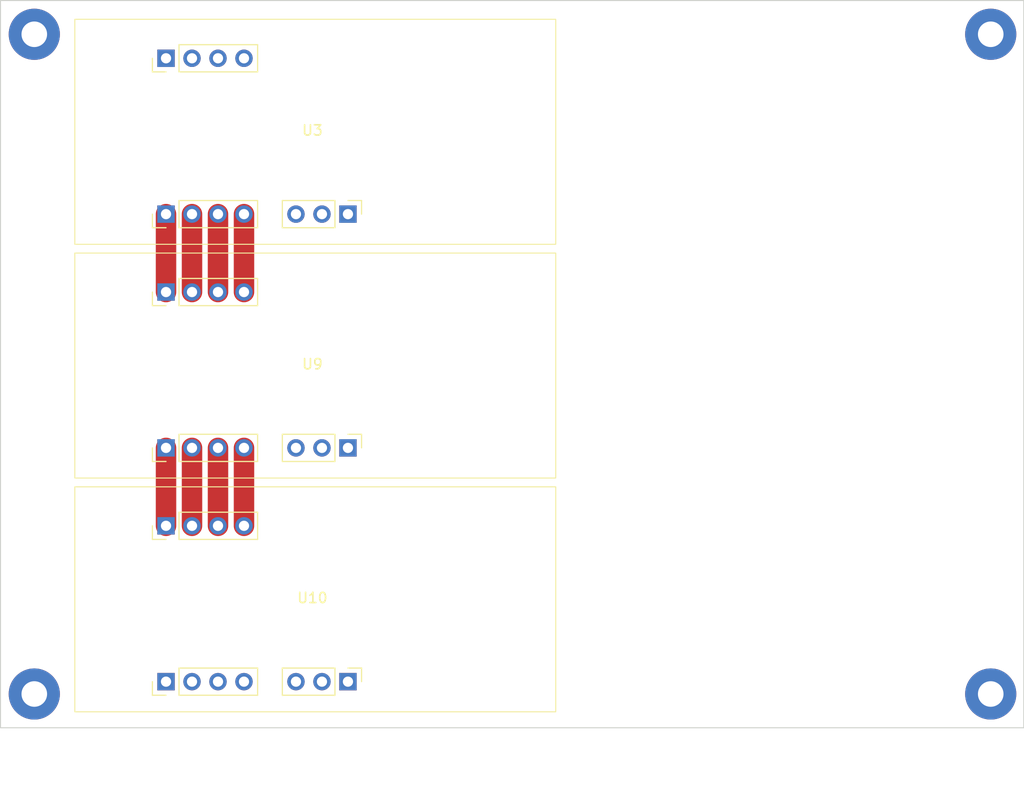
<source format=kicad_pcb>
(kicad_pcb (version 20211014) (generator pcbnew)
  (layers (0 "F.Cu" signal) (31 "B.Cu" signal) (34 "B.Paste" user) (35 "F.Paste" user) (36 "B.SilkS" user "B.Silkscreen") (37 "F.SilkS" user "F.Silkscreen") (38 "B.Mask" user) (39 "F.Mask" user) (44 "Edge.Cuts" user))
  (net 0 "")
  (net 1 "/12V")
  (net 2 "/12VGND")
  (net 3 "Net-(U3-Pad5)")
  (net 4 "Net-(U3-Pad6)")
  (net 5 "Net-(U10-Pad3)")
  (net 6 "Net-(U10-Pad4)")
  (net 7 "/7.4VGND")
  (net 8 "/7.4V")
  (net 10 "/5VGND")
  (net 11 "/5V")
  (net 14 "/3.3VGND")
  (net 15 "/3.3V")
  (net 16 "/MCU")
  (footprint "Bloomer_Library:AOZ1016-PCB" (layer "F.Cu") (at 55.88 88.9)
    (fp_text reference "U10" (at 0 0 unlocked) (layer "F.SilkS"))
    (fp_text value "AOZ1016-PCB")
    (fp_line (start -15.635 -5.72) (end -15.635 -7.05) (layer "F.SilkS") (width 0.12))
    (fp_line (start 2.205 9.52) (end -2.935 9.52) (layer "F.SilkS") (width 0.12))
    (fp_line (start -14.305 9.52) (end -15.635 9.52) (layer "F.SilkS") (width 0.12))
    (fp_line (start 4.805 6.86) (end 4.805 8.19) (layer "F.SilkS") (width 0.12))
    (fp_line (start -5.355 9.52) (end -5.355 6.86) (layer "F.SilkS") (width 0.12))
    (fp_line (start -13.035 -5.72) (end -5.355 -5.72) (layer "F.SilkS") (width 0.12))
    (fp_line (start 3.475 6.86) (end 4.805 6.86) (layer "F.SilkS") (width 0.12))
    (fp_line (start -2.935 6.86) (end -2.935 9.52) (layer "F.SilkS") (width 0.12))
    (fp_line (start -13.035 -8.38) (end -5.355 -8.38) (layer "F.SilkS") (width 0.12))
    (fp_line (start -13.035 9.52) (end -13.035 6.86) (layer "F.SilkS") (width 0.12))
    (fp_line (start -14.305 -5.72) (end -15.635 -5.72) (layer "F.SilkS") (width 0.12))
    (fp_line (start -13.035 6.86) (end -5.355 6.86) (layer "F.SilkS") (width 0.12))
    (fp_line (start -15.635 9.52) (end -15.635 8.19) (layer "F.SilkS") (width 0.12))
    (fp_line (start -13.035 9.52) (end -5.355 9.52) (layer "F.SilkS") (width 0.12))
    (fp_line (start 2.205 6.86) (end 2.205 9.52) (layer "F.SilkS") (width 0.12))
    (fp_line (start -13.035 -5.72) (end -13.035 -8.38) (layer "F.SilkS") (width 0.12))
    (fp_line (start 2.205 6.86) (end -2.935 6.86) (layer "F.SilkS") (width 0.12))
    (fp_line (start -5.355 -5.72) (end -5.355 -8.38) (layer "F.SilkS") (width 0.12))
    (fp_rect (start 23.7812 -10.8618) (end -23.2188 11.1382) (layer "F.SilkS") (width 0.1) (fill none))
    (pad "3" thru_hole rect (at -14.305 -7.05 90) (size 1.7 1.7) (drill 1) (layers *.Cu *.Mask) (net 5 "Net-(U10-Pad3)"))
    (pad "3" thru_hole oval (at -9.225 -7.05 90) (size 1.7 1.7) (drill 1) (layers *.Cu *.Mask) (net 5 "Net-(U10-Pad3)"))
    (pad "4" thru_hole oval (at -6.685 -7.05 90) (size 1.7 1.7) (drill 1) (layers *.Cu *.Mask) (net 6 "Net-(U10-Pad4)"))
    (pad "4" thru_hole oval (at -11.765 -7.05 90) (size 1.7 1.7) (drill 1) (layers *.Cu *.Mask) (net 6 "Net-(U10-Pad4)"))
    (pad "5" thru_hole oval (at -9.225 8.19 90) (size 1.7 1.7) (drill 1) (layers *.Cu *.Mask))
    (pad "5" thru_hole rect (at -14.305 8.19 90) (size 1.7 1.7) (drill 1) (layers *.Cu *.Mask))
    (pad "6" thru_hole oval (at -11.765 8.19 90) (size 1.7 1.7) (drill 1) (layers *.Cu *.Mask))
    (pad "6" thru_hole oval (at -6.685 8.19 90) (size 1.7 1.7) (drill 1) (layers *.Cu *.Mask))
    (pad "7" thru_hole oval (at -1.605 8.19 270) (size 1.7 1.7) (drill 1) (layers *.Cu *.Mask) (net 16 "/MCU"))
    (pad "8" thru_hole oval (at 0.935 8.19 270) (size 1.7 1.7) (drill 1) (layers *.Cu *.Mask) (net 14 "/3.3VGND"))
    (pad "9" thru_hole rect (at 3.475 8.19 270) (size 1.7 1.7) (drill 1) (layers *.Cu *.Mask) (net 15 "/3.3V"))
  )
  (footprint "MountingHole:MountingHole_2.5mm_Pad" (layer "F.Cu") (at 28.702 33.782)
    (fp_text reference "H1" hide)
    (fp_text value "MountingHole" hide)
    (pad "1" thru_hole circle (at 0 0) (size 5 5) (drill 2.5) (layers *.Cu *.Mask))
  )
  (footprint "MountingHole:MountingHole_2.5mm_Pad" (layer "F.Cu") (at 28.702 98.298)
    (fp_text reference "H2" hide)
    (fp_text value "MountingHole" hide)
    (pad "1" thru_hole circle (at 0 0) (size 5 5) (drill 2.5) (layers *.Cu *.Mask))
  )
  (footprint "MountingHole:MountingHole_2.5mm_Pad" (layer "F.Cu") (at 122.174 33.782)
    (fp_text reference "H3" hide)
    (fp_text value "MountingHole" hide)
    (pad "1" thru_hole circle (at 0 0) (size 5 5) (drill 2.5) (layers *.Cu *.Mask))
  )
  (footprint "Bloomer_Library:AOZ1016-PCB" (layer "F.Cu") (at 55.88 43.18)
    (fp_text reference "U3" (at 0 0 unlocked) (layer "F.SilkS"))
    (fp_text value "AOZ1016-PCB")
    (fp_line (start -13.035 -5.72) (end -5.355 -5.72) (layer "F.SilkS") (width 0.12))
    (fp_line (start -15.635 9.52) (end -15.635 8.19) (layer "F.SilkS") (width 0.12))
    (fp_line (start -15.635 -5.72) (end -15.635 -7.05) (layer "F.SilkS") (width 0.12))
    (fp_line (start -5.355 9.52) (end -5.355 6.86) (layer "F.SilkS") (width 0.12))
    (fp_line (start -13.035 9.52) (end -5.355 9.52) (layer "F.SilkS") (width 0.12))
    (fp_line (start -13.035 9.52) (end -13.035 6.86) (layer "F.SilkS") (width 0.12))
    (fp_line (start -14.305 -5.72) (end -15.635 -5.72) (layer "F.SilkS") (width 0.12))
    (fp_line (start 3.475 6.86) (end 4.805 6.86) (layer "F.SilkS") (width 0.12))
    (fp_line (start 2.205 6.86) (end 2.205 9.52) (layer "F.SilkS") (width 0.12))
    (fp_line (start -13.035 -8.38) (end -5.355 -8.38) (layer "F.SilkS") (width 0.12))
    (fp_line (start -5.355 -5.72) (end -5.355 -8.38) (layer "F.SilkS") (width 0.12))
    (fp_line (start 2.205 6.86) (end -2.935 6.86) (layer "F.SilkS") (width 0.12))
    (fp_line (start 2.205 9.52) (end -2.935 9.52) (layer "F.SilkS") (width 0.12))
    (fp_line (start -2.935 6.86) (end -2.935 9.52) (layer "F.SilkS") (width 0.12))
    (fp_line (start 4.805 6.86) (end 4.805 8.19) (layer "F.SilkS") (width 0.12))
    (fp_line (start -13.035 -5.72) (end -13.035 -8.38) (layer "F.SilkS") (width 0.12))
    (fp_line (start -13.035 6.86) (end -5.355 6.86) (layer "F.SilkS") (width 0.12))
    (fp_line (start -14.305 9.52) (end -15.635 9.52) (layer "F.SilkS") (width 0.12))
    (fp_rect (start 23.7812 -10.8618) (end -23.2188 11.1382) (layer "F.SilkS") (width 0.1) (fill none))
    (pad "3" thru_hole rect (at -14.305 -7.05 90) (size 1.7 1.7) (drill 1) (layers *.Cu *.Mask) (net 1 "/12V"))
    (pad "3" thru_hole oval (at -9.225 -7.05 90) (size 1.7 1.7) (drill 1) (layers *.Cu *.Mask) (net 1 "/12V"))
    (pad "4" thru_hole oval (at -6.685 -7.05 90) (size 1.7 1.7) (drill 1) (layers *.Cu *.Mask) (net 2 "/12VGND"))
    (pad "4" thru_hole oval (at -11.765 -7.05 90) (size 1.7 1.7) (drill 1) (layers *.Cu *.Mask) (net 2 "/12VGND"))
    (pad "5" thru_hole rect (at -14.305 8.19 90) (size 1.7 1.7) (drill 1) (layers *.Cu *.Mask) (net 3 "Net-(U3-Pad5)"))
    (pad "5" thru_hole oval (at -9.225 8.19 90) (size 1.7 1.7) (drill 1) (layers *.Cu *.Mask) (net 3 "Net-(U3-Pad5)"))
    (pad "6" thru_hole oval (at -11.765 8.19 90) (size 1.7 1.7) (drill 1) (layers *.Cu *.Mask) (net 4 "Net-(U3-Pad6)"))
    (pad "6" thru_hole oval (at -6.685 8.19 90) (size 1.7 1.7) (drill 1) (layers *.Cu *.Mask) (net 4 "Net-(U3-Pad6)"))
    (pad "7" thru_hole oval (at -1.605 8.19 270) (size 1.7 1.7) (drill 1) (layers *.Cu *.Mask) (net 16 "/MCU"))
    (pad "8" thru_hole oval (at 0.935 8.19 270) (size 1.7 1.7) (drill 1) (layers *.Cu *.Mask) (net 7 "/7.4VGND"))
    (pad "9" thru_hole rect (at 3.475 8.19 270) (size 1.7 1.7) (drill 1) (layers *.Cu *.Mask) (net 8 "/7.4V"))
  )
  (footprint "Bloomer_Library:AOZ1016-PCB" (layer "F.Cu") (at 55.88 66.04)
    (fp_text reference "U9" (at 0 0 unlocked) (layer "F.SilkS"))
    (fp_text value "AOZ1016-PCB")
    (fp_line (start 2.205 6.86) (end 2.205 9.52) (layer "F.SilkS") (width 0.12))
    (fp_line (start -13.035 9.52) (end -13.035 6.86) (layer "F.SilkS") (width 0.12))
    (fp_line (start -13.035 -5.72) (end -13.035 -8.38) (layer "F.SilkS") (width 0.12))
    (fp_line (start 2.205 6.86) (end -2.935 6.86) (layer "F.SilkS") (width 0.12))
    (fp_line (start -14.305 9.52) (end -15.635 9.52) (layer "F.SilkS") (width 0.12))
    (fp_line (start -14.305 -5.72) (end -15.635 -5.72) (layer "F.SilkS") (width 0.12))
    (fp_line (start -5.355 -5.72) (end -5.355 -8.38) (layer "F.SilkS") (width 0.12))
    (fp_line (start 2.205 9.52) (end -2.935 9.52) (layer "F.SilkS") (width 0.12))
    (fp_line (start -5.355 9.52) (end -5.355 6.86) (layer "F.SilkS") (width 0.12))
    (fp_line (start -15.635 9.52) (end -15.635 8.19) (layer "F.SilkS") (width 0.12))
    (fp_line (start -13.035 9.52) (end -5.355 9.52) (layer "F.SilkS") (width 0.12))
    (fp_line (start 4.805 6.86) (end 4.805 8.19) (layer "F.SilkS") (width 0.12))
    (fp_line (start -15.635 -5.72) (end -15.635 -7.05) (layer "F.SilkS") (width 0.12))
    (fp_line (start 3.475 6.86) (end 4.805 6.86) (layer "F.SilkS") (width 0.12))
    (fp_line (start -2.935 6.86) (end -2.935 9.52) (layer "F.SilkS") (width 0.12))
    (fp_line (start -13.035 6.86) (end -5.355 6.86) (layer "F.SilkS") (width 0.12))
    (fp_line (start -13.035 -8.38) (end -5.355 -8.38) (layer "F.SilkS") (width 0.12))
    (fp_line (start -13.035 -5.72) (end -5.355 -5.72) (layer "F.SilkS") (width 0.12))
    (fp_rect (start 23.7812 -10.8618) (end -23.2188 11.1382) (layer "F.SilkS") (width 0.1) (fill none))
    (pad "3" thru_hole rect (at -14.305 -7.05 90) (size 1.7 1.7) (drill 1) (layers *.Cu *.Mask) (net 3 "Net-(U3-Pad5)"))
    (pad "3" thru_hole oval (at -9.225 -7.05 90) (size 1.7 1.7) (drill 1) (layers *.Cu *.Mask) (net 3 "Net-(U3-Pad5)"))
    (pad "4" thru_hole oval (at -6.685 -7.05 90) (size 1.7 1.7) (drill 1) (layers *.Cu *.Mask) (net 4 "Net-(U3-Pad6)"))
    (pad "4" thru_hole oval (at -11.765 -7.05 90) (size 1.7 1.7) (drill 1) (layers *.Cu *.Mask) (net 4 "Net-(U3-Pad6)"))
    (pad "5" thru_hole rect (at -14.305 8.19 90) (size 1.7 1.7) (drill 1) (layers *.Cu *.Mask) (net 5 "Net-(U10-Pad3)"))
    (pad "5" thru_hole oval (at -9.225 8.19 90) (size 1.7 1.7) (drill 1) (layers *.Cu *.Mask) (net 5 "Net-(U10-Pad3)"))
    (pad "6" thru_hole oval (at -6.685 8.19 90) (size 1.7 1.7) (drill 1) (layers *.Cu *.Mask) (net 6 "Net-(U10-Pad4)"))
    (pad "6" thru_hole oval (at -11.765 8.19 90) (size 1.7 1.7) (drill 1) (layers *.Cu *.Mask) (net 6 "Net-(U10-Pad4)"))
    (pad "7" thru_hole oval (at -1.605 8.19 270) (size 1.7 1.7) (drill 1) (layers *.Cu *.Mask))
    (pad "8" thru_hole oval (at 0.935 8.19 270) (size 1.7 1.7) (drill 1) (layers *.Cu *.Mask) (net 10 "/5VGND"))
    (pad "9" thru_hole rect (at 3.475 8.19 270) (size 1.7 1.7) (drill 1) (layers *.Cu *.Mask) (net 11 "/5V"))
  )
  (footprint "MountingHole:MountingHole_2.5mm_Pad" (layer "F.Cu") (at 122.174 98.298)
    (fp_text reference "H4" hide)
    (fp_text value "MountingHole" hide)
    (pad "1" thru_hole circle (at 0 0) (size 5 5) (drill 2.5) (layers *.Cu *.Mask))
  )
  (gr_rect (start 25.4 30.48) (end 125.4 101.6) (layer "Edge.Cuts") (width 0.1) (fill none))
  (segment (start 46.655 51.37) (end 46.655 58.99) (width 2) (layer "F.Cu") (net 3))
  (segment (start 41.575 51.37) (end 41.575 58.99) (width 2) (layer "F.Cu") (net 3))
  (segment (start 44.115 51.37) (end 44.115 58.99) (width 2) (layer "F.Cu") (net 4))
  (segment (start 49.195 58.99) (end 49.195 51.37) (width 2) (layer "F.Cu") (net 4))
  (segment (start 46.655 81.85) (end 46.655 74.23) (width 2) (layer "F.Cu") (net 5))
  (segment (start 41.575 74.23) (end 41.575 81.85) (width 2) (layer "F.Cu") (net 5))
  (segment (start 44.115 74.23) (end 44.115 81.85) (width 2) (layer "F.Cu") (net 6))
  (segment (start 49.195 81.85) (end 49.195 74.23) (width 2) (layer "F.Cu") (net 6))
)
</source>
